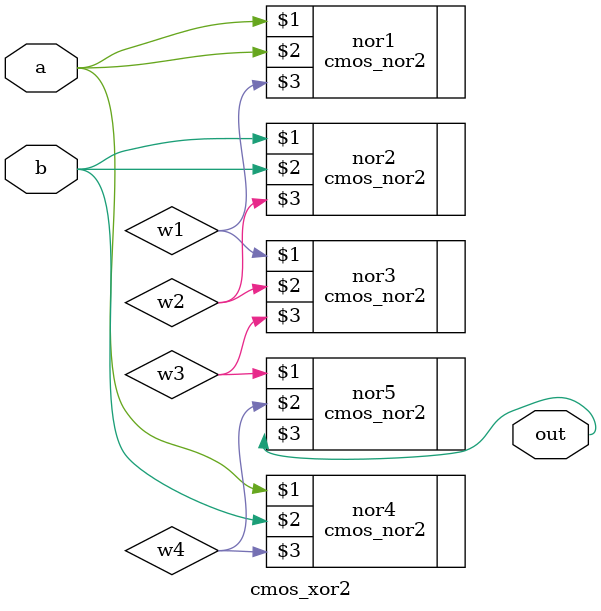
<source format=v>
module cmos_xor2(input a, b, output out);
	wire w1, w2, w3, w4;
	// XOR gate body, 2 input
	cmos_nor2 nor1(a, a, w1);
	cmos_nor2 nor2(b, b, w2);
	cmos_nor2 nor3(w1, w2, w3);
	cmos_nor2 nor4(a, b, w4);
	cmos_nor2 nor5(w3, w4, out);
endmodule


</source>
